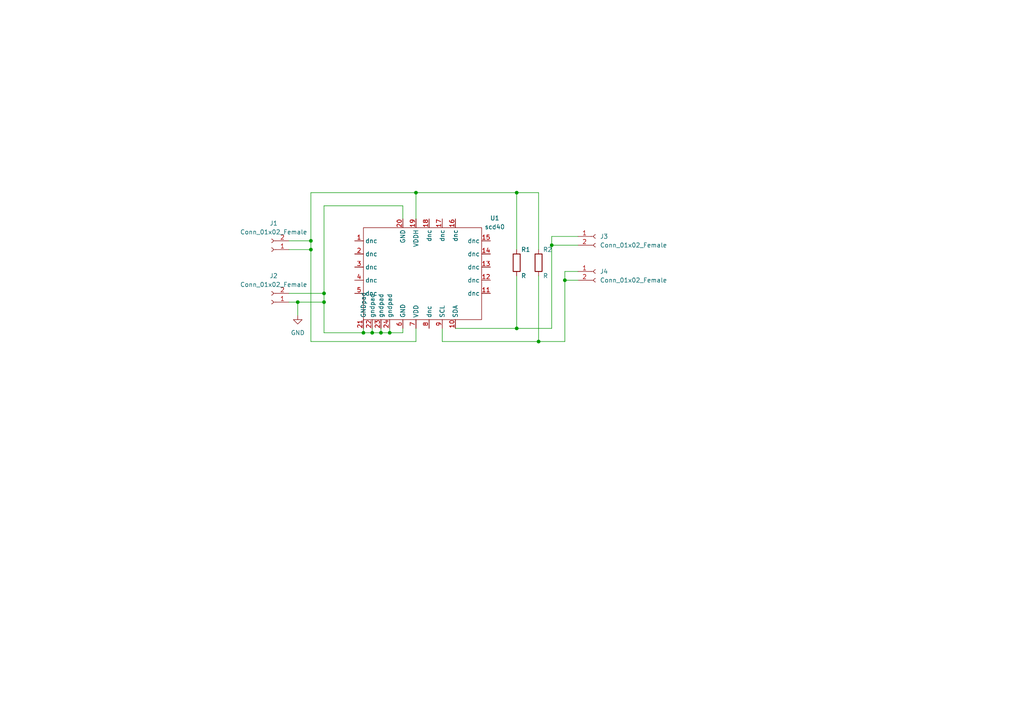
<source format=kicad_sch>
(kicad_sch (version 20211123) (generator eeschema)
  (paper "A4")
  (lib_symbols
    (symbol "Connector:Conn_01x02_Female" (pin_names (offset 1.016) hide)
      (property "Reference" "J" (at 0 2.54 0))
      (property "Value" "Conn_01x02_Female" (at 0 -5.08 0))
      (symbol "Conn_01x02_Female_1_1"
        (arc (start 0 -2.032) (mid -0.508 -2.54) (end 0 -3.048) (stroke (width 0.1524)))
        (polyline (pts (xy -1.27 -2.54) (xy -0.508 -2.54)) (stroke (width 0.1524)))
        (polyline (pts (xy -1.27 0) (xy -0.508 0)) (stroke (width 0.1524)))
        (arc (start 0 0.508) (mid -0.508 0) (end 0 -0.508) (stroke (width 0.1524)))
        (pin passive line (at -5.08 0 0) (length 3.81) (name "Pin_1") (number "1"))
        (pin passive line (at -5.08 -2.54 0) (length 3.81) (name "Pin_2") (number "2"))
      )
    )
    (symbol "Device:R" (pin_numbers hide) (pin_names (offset 0))
      (property "Reference" "R" (at 2.032 0 90))
      (property "Value" "R" (at 0 0 90))
      (symbol "R_0_1"
        (rectangle (start -1.016 -2.54) (end 1.016 2.54) (stroke (width 0.254)))
      )
      (symbol "R_1_1"
        (pin passive line (at 0 3.81 270) (length 1.27) (name "~") (number "1"))
        (pin passive line (at 0 -3.81 90) (length 1.27) (name "~") (number "2"))
      )
    )
    (symbol "power:GND" (power) (pin_names (offset 0))
      (property "Value" "GND" (at 0 -3.81 0))
      (symbol "GND_0_1"
        (polyline (pts (xy 0 0) (xy 0 -1.27) (xy 1.27 -1.27) (xy 0 -2.54) (xy -1.27 -1.27) (xy 0 -1.27)))
      )
      (symbol "GND_1_1"
        (pin power_in line (at 0 0 270) (length 0) hide (name "GND") (number "1"))
      )
    )
    (symbol "scd40_module:scd40"
      (property "Reference" "U" (at 5.08 0 0))
      (property "Value" "scd40" (at 0 0 0))
      (symbol "scd40_0_1"
        (rectangle (start -46.99 25.4) (end -12.7 -1.27))
      )
      (symbol "scd40_1_1"
        (pin input line (at -49.53 21.59 0) (length 2.54) (name "dnc") (number "1"))
        (pin input line (at -20.32 -3.81 90) (length 2.54) (name "SDA") (number "10"))
        (pin input line (at -10.16 6.35 180) (length 2.54) (name "dnc") (number "11"))
        (pin input line (at -10.16 10.16 180) (length 2.54) (name "dnc") (number "12"))
        (pin input line (at -10.16 13.97 180) (length 2.54) (name "dnc") (number "13"))
        (pin input line (at -10.16 17.78 180) (length 2.54) (name "dnc") (number "14"))
        (pin input line (at -10.16 21.59 180) (length 2.54) (name "dnc") (number "15"))
        (pin input line (at -20.32 27.94 270) (length 2.54) (name "dnc") (number "16"))
        (pin input line (at -24.13 27.94 270) (length 2.54) (name "dnc") (number "17"))
        (pin input line (at -27.94 27.94 270) (length 2.54) (name "dnc") (number "18"))
        (pin input line (at -31.75 27.94 270) (length 2.54) (name "VDDH") (number "19"))
        (pin input line (at -49.53 17.78 0) (length 2.54) (name "dnc") (number "2"))
        (pin input line (at -35.56 27.94 270) (length 2.54) (name "GND") (number "20"))
        (pin input line (at -46.99 -3.81 90) (length 2.54) (name "GNDpad") (number "21"))
        (pin input line (at -44.45 -3.81 90) (length 2.54) (name "gndpad") (number "22"))
        (pin input line (at -41.91 -3.81 90) (length 2.54) (name "gndpad") (number "23"))
        (pin input line (at -39.37 -3.81 90) (length 2.54) (name "gndpad") (number "24"))
        (pin input line (at -49.53 13.97 0) (length 2.54) (name "dnc") (number "3"))
        (pin input line (at -49.53 10.16 0) (length 2.54) (name "dnc") (number "4"))
        (pin input line (at -49.53 6.35 0) (length 2.54) (name "dnc") (number "5"))
        (pin input line (at -35.56 -3.81 90) (length 2.54) (name "GND") (number "6"))
        (pin input line (at -31.75 -3.81 90) (length 2.54) (name "VDD") (number "7"))
        (pin input line (at -27.94 -3.81 90) (length 2.54) (name "dnc") (number "8"))
        (pin input line (at -24.13 -3.81 90) (length 2.54) (name "SCL") (number "9"))
      )
    )
  )
  (junction (at 90.17 69.85))
  (junction (at 90.17 72.39))
  (junction (at 93.98 85.09))
  (junction (at 120.65 55.88))
  (junction (at 107.95 96.52))
  (junction (at 149.86 95.25))
  (junction (at 149.86 55.88))
  (junction (at 160.02 71.12))
  (junction (at 86.36 87.63))
  (junction (at 110.49 96.52))
  (junction (at 113.03 96.52))
  (junction (at 105.41 96.52))
  (junction (at 93.98 87.63))
  (junction (at 156.21 99.06))
  (junction (at 163.83 81.28))
  (wire (pts (xy 163.83 78.74) (xy 167.64 78.74)))
  (wire (pts (xy 128.27 95.25) (xy 128.27 99.06)))
  (wire (pts (xy 107.95 96.52) (xy 110.49 96.52)))
  (wire (pts (xy 90.17 55.88) (xy 90.17 69.85)))
  (wire (pts (xy 110.49 96.52) (xy 113.03 96.52)))
  (wire (pts (xy 116.84 59.69) (xy 116.84 63.5)))
  (wire (pts (xy 93.98 59.69) (xy 93.98 85.09)))
  (wire (pts (xy 120.65 55.88) (xy 149.86 55.88)))
  (wire (pts (xy 156.21 99.06) (xy 163.83 99.06)))
  (wire (pts (xy 163.83 81.28) (xy 167.64 81.28)))
  (wire (pts (xy 93.98 96.52) (xy 105.41 96.52)))
  (wire (pts (xy 163.83 81.28) (xy 163.83 99.06)))
  (wire (pts (xy 86.36 87.63) (xy 86.36 91.44)))
  (wire (pts (xy 149.86 80.01) (xy 149.86 95.25)))
  (wire (pts (xy 160.02 71.12) (xy 167.64 71.12)))
  (wire (pts (xy 93.98 85.09) (xy 93.98 87.63)))
  (wire (pts (xy 90.17 72.39) (xy 90.17 69.85)))
  (wire (pts (xy 128.27 99.06) (xy 156.21 99.06)))
  (wire (pts (xy 160.02 71.12) (xy 160.02 68.58)))
  (wire (pts (xy 113.03 95.25) (xy 113.03 96.52)))
  (wire (pts (xy 149.86 95.25) (xy 160.02 95.25)))
  (wire (pts (xy 105.41 96.52) (xy 107.95 96.52)))
  (wire (pts (xy 107.95 95.25) (xy 107.95 96.52)))
  (wire (pts (xy 120.65 55.88) (xy 90.17 55.88)))
  (wire (pts (xy 90.17 72.39) (xy 90.17 99.06)))
  (wire (pts (xy 149.86 55.88) (xy 149.86 72.39)))
  (wire (pts (xy 83.82 85.09) (xy 93.98 85.09)))
  (wire (pts (xy 93.98 87.63) (xy 86.36 87.63)))
  (wire (pts (xy 90.17 69.85) (xy 83.82 69.85)))
  (wire (pts (xy 93.98 59.69) (xy 116.84 59.69)))
  (wire (pts (xy 83.82 72.39) (xy 90.17 72.39)))
  (wire (pts (xy 149.86 55.88) (xy 156.21 55.88)))
  (wire (pts (xy 156.21 80.01) (xy 156.21 99.06)))
  (wire (pts (xy 160.02 71.12) (xy 160.02 95.25)))
  (wire (pts (xy 132.08 95.25) (xy 149.86 95.25)))
  (wire (pts (xy 120.65 95.25) (xy 120.65 99.06)))
  (wire (pts (xy 163.83 81.28) (xy 163.83 78.74)))
  (wire (pts (xy 86.36 87.63) (xy 83.82 87.63)))
  (wire (pts (xy 156.21 55.88) (xy 156.21 72.39)))
  (wire (pts (xy 93.98 87.63) (xy 93.98 96.52)))
  (wire (pts (xy 160.02 68.58) (xy 167.64 68.58)))
  (wire (pts (xy 120.65 99.06) (xy 90.17 99.06)))
  (wire (pts (xy 116.84 96.52) (xy 116.84 95.25)))
  (wire (pts (xy 110.49 95.25) (xy 110.49 96.52)))
  (wire (pts (xy 113.03 96.52) (xy 116.84 96.52)))
  (wire (pts (xy 105.41 95.25) (xy 105.41 96.52)))
  (wire (pts (xy 120.65 63.5) (xy 120.65 55.88)))
  (symbol (lib_id "Device:R") (at 156.21 76.2 0) (unit 1)
    (property "Reference" "R2" (at 157.48 72.39 0) (effects (justify left)))
    (property "Value" "R" (at 157.48 80.01 0) (effects (justify left)))
    (property "Footprint" "Resistor_SMD:R_0805_2012Metric" (effects hide))
  )
  (symbol (lib_id "Connector:Conn_01x02_Female") (at 78.74 87.63 180) (unit 1)
    (property "Reference" "J2" (at 79.375 80.01 0))
    (property "Value" "Conn_01x02_Female" (at 79.375 82.55 0))
    (property "Footprint" "Connector_PinHeader_2.54mm:PinHeader_1x02_P2.54mm_Vertical" (effects hide))
  )
  (symbol (lib_id "Connector:Conn_01x02_Female") (at 172.72 78.74 0) (unit 1)
    (property "Reference" "J4" (at 173.99 78.7399 0) (effects (justify left)))
    (property "Value" "Conn_01x02_Female" (at 173.99 81.2799 0) (effects (justify left)))
    (property "Footprint" "Connector_PinHeader_2.54mm:PinHeader_1x02_P2.54mm_Vertical" (effects hide))
  )
  (symbol (lib_id "Connector:Conn_01x02_Female") (at 172.72 68.58 0) (unit 1)
    (property "Reference" "J3" (at 173.99 68.5799 0) (effects (justify left)))
    (property "Value" "Conn_01x02_Female" (at 173.99 71.1199 0) (effects (justify left)))
    (property "Footprint" "Connector_PinHeader_2.54mm:PinHeader_1x02_P2.54mm_Vertical" (effects hide))
  )
  (symbol (lib_id "power:GND") (at 86.36 91.44 0) (unit 1)
    (property "Reference" "#PWR0101" (effects hide))
    (property "Value" "GND" (at 86.36 96.52 0))
  )
  (symbol (lib_id "scd40_module:scd40") (at 152.4 91.44 0) (unit 1)
    (property "Reference" "U1" (at 143.51 63.2712 0))
    (property "Value" "scd40" (at 143.51 65.8112 0))
    (property "Footprint" "scd40:SCD40" (effects hide))
  )
  (symbol (lib_id "Connector:Conn_01x02_Female") (at 78.74 72.39 180) (unit 1)
    (property "Reference" "J1" (at 79.375 64.77 0))
    (property "Value" "Conn_01x02_Female" (at 79.375 67.31 0))
    (property "Footprint" "Connector_PinHeader_2.54mm:PinHeader_1x02_P2.54mm_Vertical" (effects hide))
  )
  (symbol (lib_id "Device:R") (at 149.86 76.2 0) (unit 1)
    (property "Reference" "R1" (at 151.13 72.39 0) (effects (justify left)))
    (property "Value" "R" (at 151.13 80.01 0) (effects (justify left)))
    (property "Footprint" "Resistor_SMD:R_0805_2012Metric" (effects hide))
  )
)
</source>
